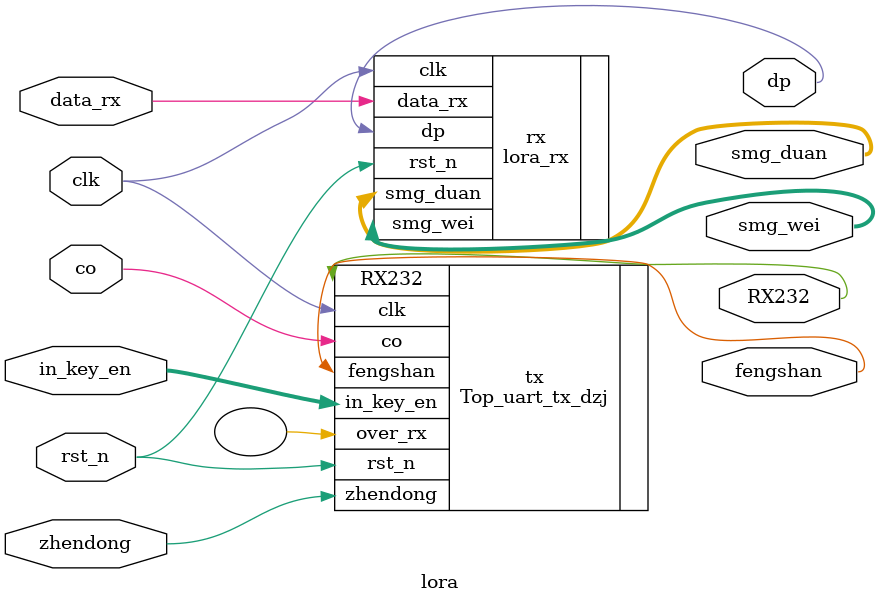
<source format=v>
`timescale 1ns / 1ps
module lora(
	input [3:0]in_key_en,
	input clk,
	input rst_n,
	input co,
	input zhendong,
	input data_rx,
	
	output  [6:0] smg_duan,
	output  [3:0] smg_wei,
	output  dp,
	output RX232,
	output fengshan
    );
Top_uart_tx_dzj tx (
    .in_key_en(in_key_en), 
    .clk(clk), 
    .rst_n(rst_n), 
    .co(co), 
    .zhendong(zhendong), 
    .RX232(RX232), 
    .over_rx(), 
    .fengshan(fengshan)
    );
lora_rx rx (
    .clk(clk), 
    .rst_n(rst_n), 
    .data_rx(data_rx), 
    .smg_duan(smg_duan), 
    .smg_wei(smg_wei), 
    .dp(dp)
    );
endmodule

</source>
